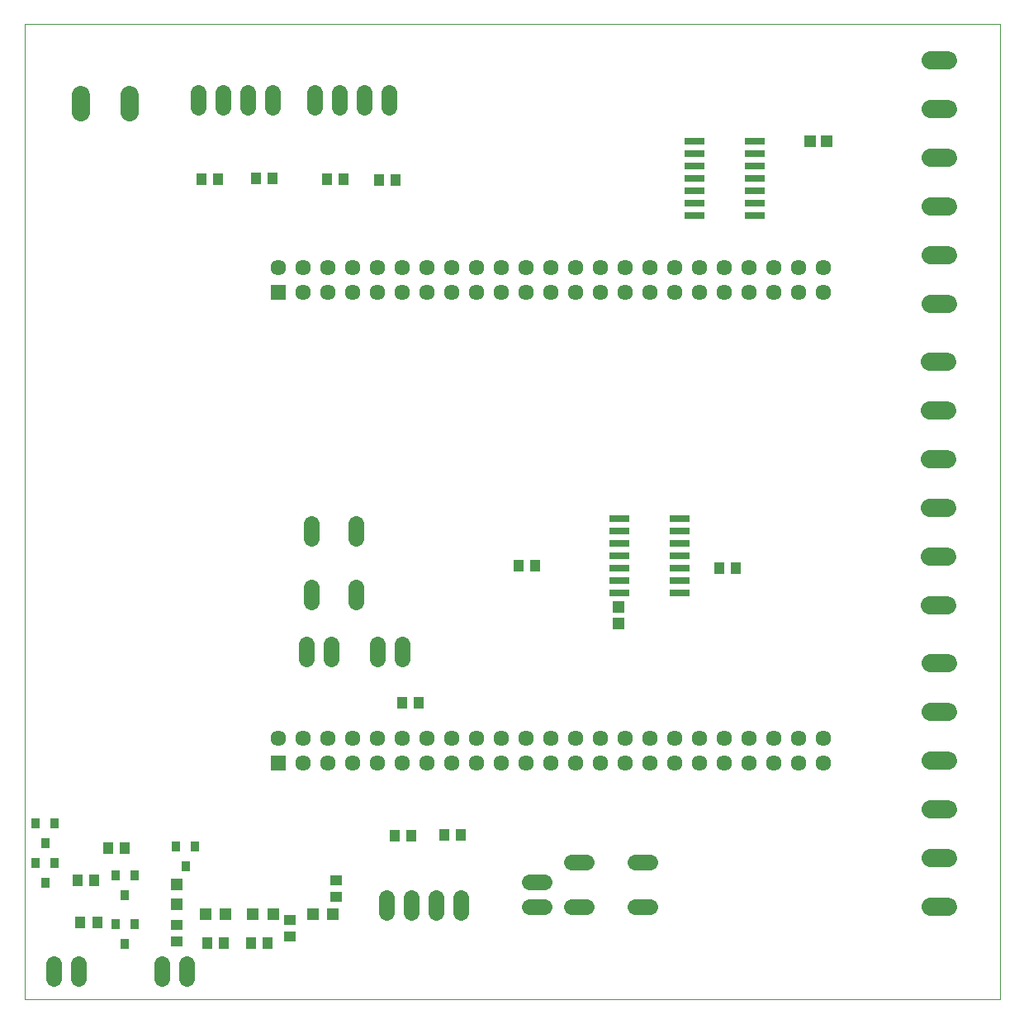
<source format=gts>
G75*
%MOIN*%
%OFA0B0*%
%FSLAX24Y24*%
%IPPOS*%
%LPD*%
%AMOC8*
5,1,8,0,0,1.08239X$1,22.5*
%
%ADD10C,0.0000*%
%ADD11R,0.0634X0.0634*%
%ADD12C,0.0634*%
%ADD13R,0.0350X0.0390*%
%ADD14R,0.0512X0.0512*%
%ADD15R,0.0473X0.0434*%
%ADD16R,0.0434X0.0473*%
%ADD17C,0.0640*%
%ADD18R,0.0840X0.0300*%
%ADD19R,0.0465X0.0453*%
%ADD20R,0.0453X0.0465*%
%ADD21C,0.0745*%
D10*
X000180Y000180D02*
X000180Y039550D01*
X039550Y039550D01*
X039550Y000180D01*
X000180Y000180D01*
D11*
X010436Y009745D03*
X010436Y028745D03*
D12*
X011436Y028745D03*
X011436Y029745D03*
X010436Y029745D03*
X012436Y029745D03*
X013436Y029745D03*
X013436Y028745D03*
X012436Y028745D03*
X014436Y028745D03*
X015436Y028745D03*
X015436Y029745D03*
X014436Y029745D03*
X016436Y029745D03*
X017436Y029745D03*
X017436Y028745D03*
X016436Y028745D03*
X018436Y028745D03*
X019436Y028745D03*
X019436Y029745D03*
X018436Y029745D03*
X020436Y029745D03*
X021436Y029745D03*
X021436Y028745D03*
X020436Y028745D03*
X022436Y028745D03*
X023436Y028745D03*
X023436Y029745D03*
X022436Y029745D03*
X024436Y029745D03*
X024436Y028745D03*
X025436Y028745D03*
X026436Y028745D03*
X026436Y029745D03*
X025436Y029745D03*
X027436Y029745D03*
X028436Y029745D03*
X028436Y028745D03*
X027436Y028745D03*
X029436Y028745D03*
X030436Y028745D03*
X030436Y029745D03*
X029436Y029745D03*
X031436Y029745D03*
X032436Y029745D03*
X032436Y028745D03*
X031436Y028745D03*
X031436Y010745D03*
X032436Y010745D03*
X032436Y009745D03*
X031436Y009745D03*
X030436Y009745D03*
X029436Y009745D03*
X029436Y010745D03*
X030436Y010745D03*
X028436Y010745D03*
X027436Y010745D03*
X027436Y009745D03*
X028436Y009745D03*
X026436Y009745D03*
X025436Y009745D03*
X025436Y010745D03*
X026436Y010745D03*
X024436Y010745D03*
X024436Y009745D03*
X023436Y009745D03*
X022436Y009745D03*
X022436Y010745D03*
X023436Y010745D03*
X021436Y010745D03*
X020436Y010745D03*
X020436Y009745D03*
X021436Y009745D03*
X019436Y009745D03*
X018436Y009745D03*
X018436Y010745D03*
X019436Y010745D03*
X017436Y010745D03*
X016436Y010745D03*
X016436Y009745D03*
X017436Y009745D03*
X015436Y009745D03*
X014436Y009745D03*
X014436Y010745D03*
X015436Y010745D03*
X013436Y010745D03*
X012436Y010745D03*
X012436Y009745D03*
X013436Y009745D03*
X011436Y009745D03*
X011436Y010745D03*
X010436Y010745D03*
D13*
X007066Y006367D03*
X006306Y006367D03*
X006686Y005567D03*
X004625Y005186D03*
X003865Y005186D03*
X004245Y004386D03*
X003865Y003218D03*
X004625Y003218D03*
X004245Y002418D03*
X001017Y004898D03*
X001397Y005698D03*
X000637Y005698D03*
X001017Y006512D03*
X001397Y007312D03*
X000637Y007312D03*
D14*
X006322Y004845D03*
X006322Y004019D03*
X007483Y003645D03*
X008310Y003645D03*
X009412Y003645D03*
X010239Y003645D03*
X011814Y003645D03*
X012641Y003645D03*
D15*
X012778Y004334D03*
X012778Y005003D03*
X010889Y003389D03*
X010889Y002719D03*
X006322Y002523D03*
X006322Y003192D03*
D16*
X007562Y002463D03*
X008231Y002463D03*
X009334Y002463D03*
X010003Y002463D03*
X015121Y006794D03*
X015790Y006794D03*
X017129Y006834D03*
X017798Y006834D03*
X016105Y012149D03*
X015436Y012149D03*
X020121Y017700D03*
X020790Y017700D03*
X028231Y017582D03*
X028900Y017582D03*
X015160Y033251D03*
X014491Y033251D03*
X013074Y033290D03*
X012404Y033290D03*
X010200Y033330D03*
X009530Y033330D03*
X007995Y033290D03*
X007326Y033290D03*
X004215Y006282D03*
X003546Y006282D03*
X002995Y004983D03*
X002326Y004983D03*
X002444Y003290D03*
X003113Y003290D03*
D17*
X002373Y001622D02*
X002373Y001022D01*
X001373Y001022D02*
X001373Y001622D01*
X005743Y001622D02*
X005743Y001022D01*
X006743Y001022D02*
X006743Y001622D01*
X014782Y003699D02*
X014782Y004299D01*
X015782Y004299D02*
X015782Y003699D01*
X016782Y003699D02*
X016782Y004299D01*
X017782Y004299D02*
X017782Y003699D01*
X020549Y003932D02*
X021149Y003932D01*
X021149Y004932D02*
X020549Y004932D01*
X022261Y005716D02*
X022861Y005716D01*
X022861Y003936D02*
X022261Y003936D01*
X024821Y003936D02*
X025421Y003936D01*
X025421Y005716D02*
X024821Y005716D01*
X015444Y013935D02*
X015444Y014535D01*
X014444Y014535D02*
X014444Y013935D01*
X012570Y013935D02*
X012570Y014535D01*
X011570Y014535D02*
X011570Y013935D01*
X011770Y016238D02*
X011770Y016838D01*
X013550Y016838D02*
X013550Y016238D01*
X013550Y018798D02*
X013550Y019398D01*
X011770Y019398D02*
X011770Y018798D01*
X011908Y036179D02*
X011908Y036779D01*
X012908Y036779D02*
X012908Y036179D01*
X013908Y036179D02*
X013908Y036779D01*
X014908Y036779D02*
X014908Y036179D01*
X010184Y036179D02*
X010184Y036779D01*
X009184Y036779D02*
X009184Y036179D01*
X008184Y036179D02*
X008184Y036779D01*
X007184Y036779D02*
X007184Y036179D01*
D18*
X024206Y019593D03*
X024206Y019093D03*
X024206Y018593D03*
X024206Y018093D03*
X024206Y017593D03*
X024206Y017093D03*
X024206Y016593D03*
X026626Y016593D03*
X026626Y017093D03*
X026626Y017593D03*
X026626Y018093D03*
X026626Y018593D03*
X026626Y019093D03*
X026626Y019593D03*
X027238Y031830D03*
X027238Y032330D03*
X027238Y032830D03*
X027238Y033330D03*
X027238Y033830D03*
X027238Y034330D03*
X027238Y034830D03*
X029658Y034830D03*
X029658Y034330D03*
X029658Y033830D03*
X029658Y033330D03*
X029658Y032830D03*
X029658Y032330D03*
X029658Y031830D03*
D19*
X024156Y016036D03*
X024156Y015347D03*
D20*
X031883Y034826D03*
X032572Y034826D03*
D21*
X036768Y034156D02*
X037473Y034156D01*
X037473Y032188D02*
X036768Y032188D01*
X036768Y030219D02*
X037473Y030219D01*
X037473Y028251D02*
X036768Y028251D01*
X036729Y025928D02*
X037434Y025928D01*
X037434Y023960D02*
X036729Y023960D01*
X036729Y021991D02*
X037434Y021991D01*
X037434Y020023D02*
X036729Y020023D01*
X036729Y018054D02*
X037434Y018054D01*
X037434Y016086D02*
X036729Y016086D01*
X036768Y013763D02*
X037473Y013763D01*
X037473Y011794D02*
X036768Y011794D01*
X036768Y009826D02*
X037473Y009826D01*
X037473Y007857D02*
X036768Y007857D01*
X036768Y005889D02*
X037473Y005889D01*
X037473Y003920D02*
X036768Y003920D01*
X036768Y036125D02*
X037473Y036125D01*
X037473Y038093D02*
X036768Y038093D01*
X004432Y036686D02*
X004432Y035981D01*
X002463Y035981D02*
X002463Y036686D01*
M02*

</source>
